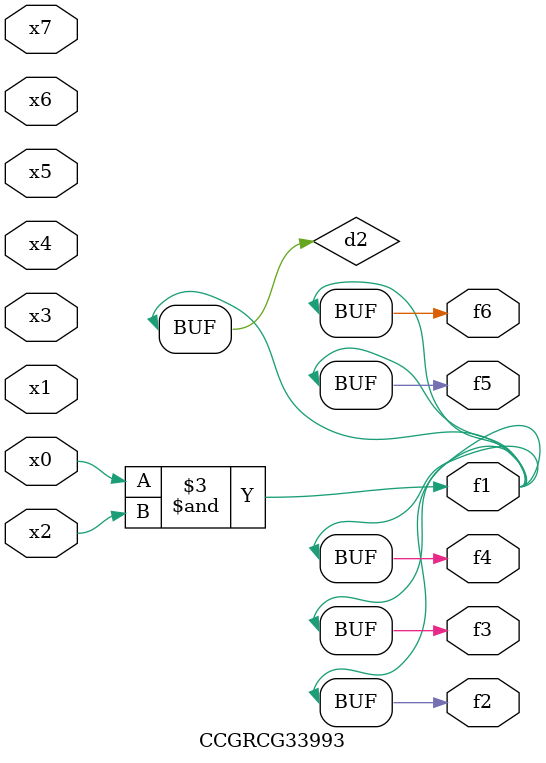
<source format=v>
module CCGRCG33993(
	input x0, x1, x2, x3, x4, x5, x6, x7,
	output f1, f2, f3, f4, f5, f6
);

	wire d1, d2;

	nor (d1, x3, x6);
	and (d2, x0, x2);
	assign f1 = d2;
	assign f2 = d2;
	assign f3 = d2;
	assign f4 = d2;
	assign f5 = d2;
	assign f6 = d2;
endmodule

</source>
